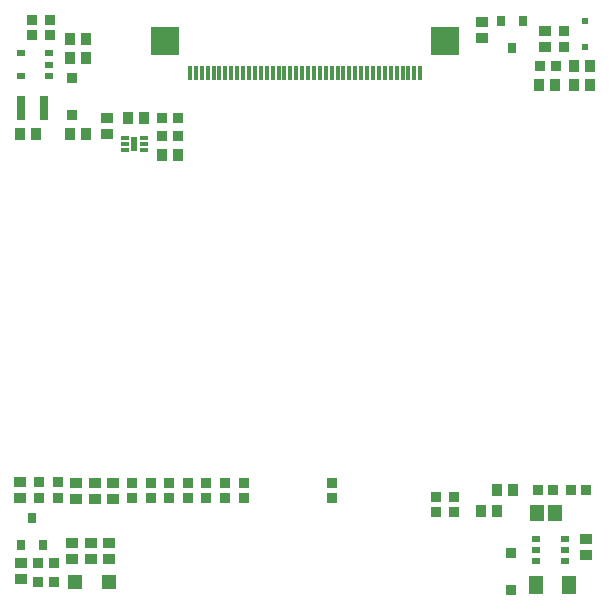
<source format=gtp>
G04*
G04 #@! TF.GenerationSoftware,Altium Limited,Altium Designer,19.0.11 (319)*
G04*
G04 Layer_Color=8421504*
%FSLAX44Y44*%
%MOMM*%
G71*
G01*
G75*
%ADD16R,0.8500X0.9500*%
%ADD17R,1.2000X1.2000*%
%ADD18R,1.2000X1.2000*%
%ADD19R,0.6000X0.6000*%
%ADD20R,0.9500X0.8500*%
%ADD21R,1.0000X0.9000*%
%ADD22R,0.6500X0.9500*%
%ADD23R,0.9000X1.0000*%
%ADD24R,0.8000X0.5500*%
%ADD25R,0.8000X2.0000*%
%ADD26R,0.9500X0.9000*%
%ADD27R,1.3000X1.4000*%
%ADD28R,1.2000X1.6500*%
%ADD29R,0.7000X0.3000*%
%ADD30R,0.5500X1.3100*%
%ADD31R,2.4000X2.4000*%
%ADD32R,0.3000X1.2000*%
D16*
X128750Y409250D02*
D03*
X141750D02*
D03*
X128750Y393500D02*
D03*
X141750D02*
D03*
X24000Y32250D02*
D03*
X37000D02*
D03*
X24000Y16500D02*
D03*
X37000D02*
D03*
X449000Y453000D02*
D03*
X462000D02*
D03*
X487750Y94000D02*
D03*
X474750D02*
D03*
X459750D02*
D03*
X446750D02*
D03*
D17*
X83600Y16500D02*
D03*
D18*
X55000D02*
D03*
D19*
X487000Y469500D02*
D03*
Y491500D02*
D03*
D20*
X376250Y88500D02*
D03*
Y75500D02*
D03*
X360500Y88500D02*
D03*
Y75500D02*
D03*
X272500Y100250D02*
D03*
Y87250D02*
D03*
X166250Y100000D02*
D03*
Y87000D02*
D03*
X197750Y100000D02*
D03*
Y87000D02*
D03*
X103250Y87000D02*
D03*
Y100000D02*
D03*
X150500Y100000D02*
D03*
Y87000D02*
D03*
X182000Y100000D02*
D03*
Y87000D02*
D03*
X24500Y100500D02*
D03*
Y87500D02*
D03*
X40250Y87500D02*
D03*
Y100500D02*
D03*
X134750Y87000D02*
D03*
Y100000D02*
D03*
X119000Y100000D02*
D03*
Y87000D02*
D03*
X469250Y482500D02*
D03*
Y469500D02*
D03*
X34000Y479250D02*
D03*
Y492250D02*
D03*
X18250Y479250D02*
D03*
Y492250D02*
D03*
D21*
X87500Y86750D02*
D03*
Y100250D02*
D03*
X71750Y86750D02*
D03*
Y100250D02*
D03*
X56000Y86750D02*
D03*
Y100250D02*
D03*
X8750Y100750D02*
D03*
Y87250D02*
D03*
X9000Y32000D02*
D03*
Y18500D02*
D03*
X52500Y35500D02*
D03*
Y49000D02*
D03*
X68250Y35500D02*
D03*
Y49000D02*
D03*
X453250Y469000D02*
D03*
Y482500D02*
D03*
X84000Y35500D02*
D03*
Y49000D02*
D03*
X399500Y490500D02*
D03*
Y477000D02*
D03*
X488000Y52750D02*
D03*
Y39250D02*
D03*
X82000Y395500D02*
D03*
Y409000D02*
D03*
D22*
X18500Y70750D02*
D03*
X28000Y47750D02*
D03*
X9000D02*
D03*
X425000Y468500D02*
D03*
X415500Y491500D02*
D03*
X434500D02*
D03*
D23*
X461250Y437250D02*
D03*
X447750D02*
D03*
X477500D02*
D03*
X491000D02*
D03*
X477500Y453000D02*
D03*
X491000D02*
D03*
X50500Y475750D02*
D03*
X64000D02*
D03*
X50500Y395250D02*
D03*
X64000D02*
D03*
X22000D02*
D03*
X8500D02*
D03*
X50500Y460000D02*
D03*
X64000D02*
D03*
X412000Y76000D02*
D03*
X398500D02*
D03*
X425500Y94000D02*
D03*
X412000D02*
D03*
X128500Y377750D02*
D03*
X142000D02*
D03*
X113250Y409250D02*
D03*
X99750D02*
D03*
D24*
X33250Y444750D02*
D03*
Y454250D02*
D03*
Y463750D02*
D03*
X9250D02*
D03*
Y444750D02*
D03*
X469500Y52750D02*
D03*
Y43250D02*
D03*
Y33750D02*
D03*
X445500D02*
D03*
Y43250D02*
D03*
Y52750D02*
D03*
D25*
X29000Y417500D02*
D03*
X9000D02*
D03*
D26*
X52500Y442750D02*
D03*
Y411250D02*
D03*
X424500Y40750D02*
D03*
Y9250D02*
D03*
D27*
X445750Y74750D02*
D03*
X461750D02*
D03*
D28*
X445500Y13250D02*
D03*
X473500D02*
D03*
D29*
X97250Y392250D02*
D03*
Y387250D02*
D03*
Y382250D02*
D03*
X113250D02*
D03*
Y387250D02*
D03*
Y392250D02*
D03*
D30*
X105250Y387250D02*
D03*
D31*
X131250Y474000D02*
D03*
X368250D02*
D03*
D32*
X152250Y447000D02*
D03*
X157250D02*
D03*
X162250D02*
D03*
X167250D02*
D03*
X172250D02*
D03*
X177250D02*
D03*
X182250D02*
D03*
X187250D02*
D03*
X192250D02*
D03*
X197250D02*
D03*
X202250D02*
D03*
X207250D02*
D03*
X212250D02*
D03*
X217250D02*
D03*
X222250D02*
D03*
X227250D02*
D03*
X232250D02*
D03*
X237250D02*
D03*
X242250D02*
D03*
X247250D02*
D03*
X252250D02*
D03*
X257250D02*
D03*
X262250D02*
D03*
X267250D02*
D03*
X272250D02*
D03*
X277250D02*
D03*
X282250D02*
D03*
X287250D02*
D03*
X292250D02*
D03*
X297250D02*
D03*
X302250D02*
D03*
X307250D02*
D03*
X312250D02*
D03*
X317250D02*
D03*
X322250D02*
D03*
X327250D02*
D03*
X332250D02*
D03*
X337250D02*
D03*
X342250D02*
D03*
X347250D02*
D03*
M02*

</source>
